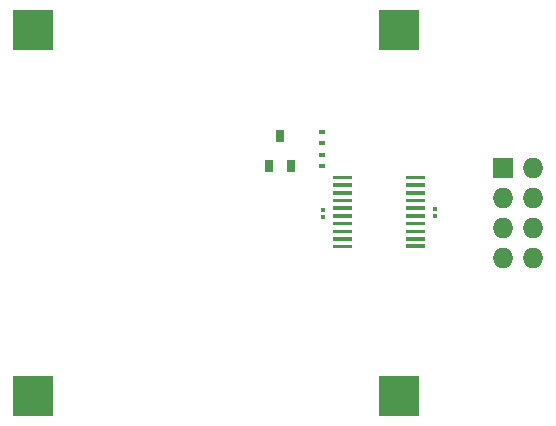
<source format=gts>
%FSLAX34Y34*%
G04 Gerber Fmt 3.4, Leading zero omitted, Abs format*
G04 (created by PCBNEW (2014-03-19 BZR 4756)-product) date Sat 21 Jun 2014 18:27:49 BST*
%MOIN*%
G01*
G70*
G90*
G04 APERTURE LIST*
%ADD10C,0.005906*%
%ADD11R,0.023600X0.015700*%
%ADD12R,0.015700X0.011800*%
%ADD13R,0.068000X0.068000*%
%ADD14O,0.068000X0.068000*%
%ADD15R,0.027600X0.039400*%
%ADD16R,0.133900X0.133900*%
G04 APERTURE END LIST*
G54D10*
G54D11*
X65708Y-39448D03*
X65708Y-39802D03*
X65708Y-40570D03*
X65708Y-40216D03*
G54D12*
X65748Y-42027D03*
X65748Y-42263D03*
X69488Y-42243D03*
X69488Y-42007D03*
G54D13*
X71744Y-40625D03*
G54D14*
X72744Y-40625D03*
X71744Y-41625D03*
X72744Y-41625D03*
X71744Y-42625D03*
X72744Y-42625D03*
X71744Y-43625D03*
X72744Y-43625D03*
G54D15*
X64330Y-39559D03*
X64705Y-40559D03*
X63955Y-40559D03*
G54D10*
G36*
X68523Y-43287D02*
X68523Y-43169D01*
X69153Y-43169D01*
X69153Y-43287D01*
X68523Y-43287D01*
X68523Y-43287D01*
G37*
G36*
X68523Y-43061D02*
X68523Y-42942D01*
X69153Y-42942D01*
X69153Y-43061D01*
X68523Y-43061D01*
X68523Y-43061D01*
G37*
G36*
X68523Y-42805D02*
X68523Y-42687D01*
X69153Y-42687D01*
X69153Y-42805D01*
X68523Y-42805D01*
X68523Y-42805D01*
G37*
G36*
X68523Y-42549D02*
X68523Y-42431D01*
X69153Y-42431D01*
X69153Y-42549D01*
X68523Y-42549D01*
X68523Y-42549D01*
G37*
G36*
X68523Y-42293D02*
X68523Y-42175D01*
X69153Y-42175D01*
X69153Y-42293D01*
X68523Y-42293D01*
X68523Y-42293D01*
G37*
G36*
X68523Y-42037D02*
X68523Y-41919D01*
X69153Y-41919D01*
X69153Y-42037D01*
X68523Y-42037D01*
X68523Y-42037D01*
G37*
G36*
X66083Y-41013D02*
X66083Y-40895D01*
X66713Y-40895D01*
X66713Y-41013D01*
X66083Y-41013D01*
X66083Y-41013D01*
G37*
G36*
X66083Y-41269D02*
X66083Y-41151D01*
X66713Y-41151D01*
X66713Y-41269D01*
X66083Y-41269D01*
X66083Y-41269D01*
G37*
G36*
X66083Y-41525D02*
X66083Y-41407D01*
X66713Y-41407D01*
X66713Y-41525D01*
X66083Y-41525D01*
X66083Y-41525D01*
G37*
G36*
X66083Y-41781D02*
X66083Y-41663D01*
X66713Y-41663D01*
X66713Y-41781D01*
X66083Y-41781D01*
X66083Y-41781D01*
G37*
G36*
X68523Y-41781D02*
X68523Y-41663D01*
X69153Y-41663D01*
X69153Y-41781D01*
X68523Y-41781D01*
X68523Y-41781D01*
G37*
G36*
X68523Y-41525D02*
X68523Y-41407D01*
X69153Y-41407D01*
X69153Y-41525D01*
X68523Y-41525D01*
X68523Y-41525D01*
G37*
G36*
X68523Y-41269D02*
X68523Y-41151D01*
X69153Y-41151D01*
X69153Y-41269D01*
X68523Y-41269D01*
X68523Y-41269D01*
G37*
G36*
X68523Y-41013D02*
X68523Y-40895D01*
X69153Y-40895D01*
X69153Y-41013D01*
X68523Y-41013D01*
X68523Y-41013D01*
G37*
G36*
X66083Y-42037D02*
X66083Y-41919D01*
X66713Y-41919D01*
X66713Y-42037D01*
X66083Y-42037D01*
X66083Y-42037D01*
G37*
G36*
X66083Y-42293D02*
X66083Y-42175D01*
X66713Y-42175D01*
X66713Y-42293D01*
X66083Y-42293D01*
X66083Y-42293D01*
G37*
G36*
X66083Y-42549D02*
X66083Y-42431D01*
X66713Y-42431D01*
X66713Y-42549D01*
X66083Y-42549D01*
X66083Y-42549D01*
G37*
G36*
X66083Y-42805D02*
X66083Y-42687D01*
X66713Y-42687D01*
X66713Y-42805D01*
X66083Y-42805D01*
X66083Y-42805D01*
G37*
G36*
X66083Y-43061D02*
X66083Y-42942D01*
X66713Y-42942D01*
X66713Y-43061D01*
X66083Y-43061D01*
X66083Y-43061D01*
G37*
G36*
X66083Y-43316D02*
X66083Y-43198D01*
X66713Y-43198D01*
X66713Y-43316D01*
X66083Y-43316D01*
X66083Y-43316D01*
G37*
G54D16*
X56102Y-36023D03*
X68307Y-36023D03*
X68307Y-48228D03*
X56102Y-48228D03*
M02*

</source>
